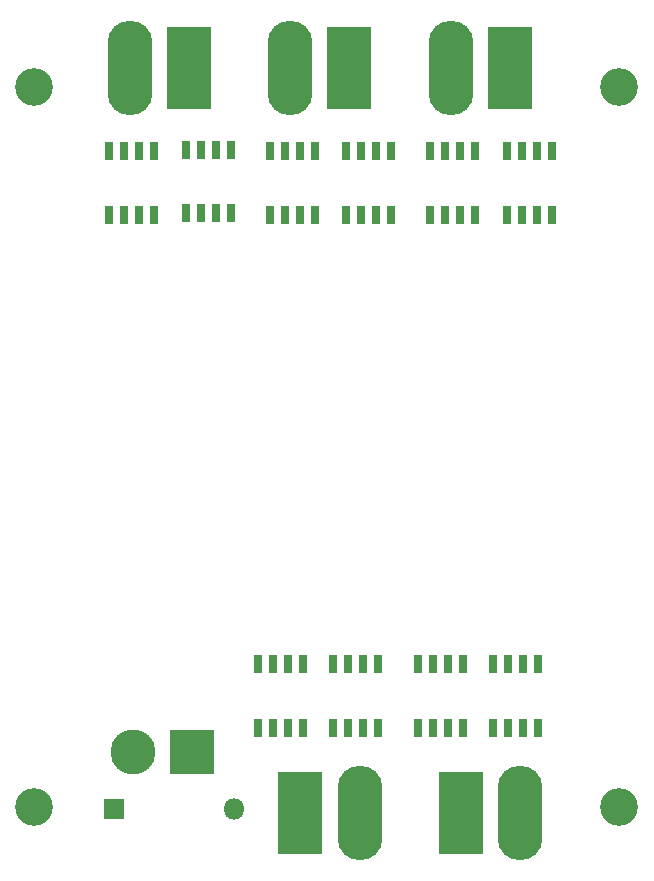
<source format=gbr>
%TF.GenerationSoftware,KiCad,Pcbnew,7.0.11*%
%TF.CreationDate,2025-11-07T14:33:39+09:00*%
%TF.ProjectId,motorDrive,6d6f746f-7244-4726-9976-652e6b696361,rev?*%
%TF.SameCoordinates,Original*%
%TF.FileFunction,Soldermask,Bot*%
%TF.FilePolarity,Negative*%
%FSLAX46Y46*%
G04 Gerber Fmt 4.6, Leading zero omitted, Abs format (unit mm)*
G04 Created by KiCad (PCBNEW 7.0.11) date 2025-11-07 14:33:39*
%MOMM*%
%LPD*%
G01*
G04 APERTURE LIST*
%ADD10R,3.800000X7.000000*%
%ADD11O,3.800000X8.000000*%
%ADD12R,1.800000X1.800000*%
%ADD13O,1.800000X1.800000*%
%ADD14C,3.200000*%
%ADD15R,3.800000X3.800000*%
%ADD16C,3.800000*%
%ADD17R,0.650000X1.525000*%
G04 APERTURE END LIST*
D10*
%TO.C,J104*%
X135850000Y-44093000D03*
D11*
X130850000Y-44093000D03*
%TD*%
D10*
%TO.C,J103*%
X122301000Y-44093000D03*
D11*
X117301000Y-44093000D03*
%TD*%
D12*
%TO.C,D101*%
X115951000Y-106807000D03*
D13*
X126111000Y-106807000D03*
%TD*%
D14*
%TO.C,REF\u002A\u002A*%
X109220000Y-106680000D03*
%TD*%
D15*
%TO.C,J101*%
X122555000Y-101981000D03*
D16*
X117555000Y-101981000D03*
%TD*%
D10*
%TO.C,J107*%
X145328000Y-107164000D03*
D11*
X150328000Y-107164000D03*
%TD*%
D14*
%TO.C,REF\u002A\u002A*%
X109220000Y-45720000D03*
%TD*%
%TO.C,REF\u002A\u002A*%
X158750000Y-45720000D03*
%TD*%
D10*
%TO.C,J105*%
X149479000Y-44093000D03*
D11*
X144479000Y-44093000D03*
%TD*%
D10*
%TO.C,J106*%
X131739000Y-107164000D03*
D11*
X136739000Y-107164000D03*
%TD*%
D14*
%TO.C,REF\u002A\u002A*%
X158750000Y-106680000D03*
%TD*%
D17*
%TO.C,Q503*%
X128143000Y-94594000D03*
X129413000Y-94594000D03*
X130683000Y-94594000D03*
X131953000Y-94594000D03*
X131953000Y-99970000D03*
X130683000Y-99970000D03*
X129413000Y-99970000D03*
X128143000Y-99970000D03*
%TD*%
%TO.C,Q203*%
X125857000Y-56409000D03*
X124587000Y-56409000D03*
X123317000Y-56409000D03*
X122047000Y-56409000D03*
X122047000Y-51033000D03*
X123317000Y-51033000D03*
X124587000Y-51033000D03*
X125857000Y-51033000D03*
%TD*%
%TO.C,Q303*%
X139446000Y-56536000D03*
X138176000Y-56536000D03*
X136906000Y-56536000D03*
X135636000Y-56536000D03*
X135636000Y-51160000D03*
X136906000Y-51160000D03*
X138176000Y-51160000D03*
X139446000Y-51160000D03*
%TD*%
%TO.C,Q302*%
X132969000Y-56536000D03*
X131699000Y-56536000D03*
X130429000Y-56536000D03*
X129159000Y-56536000D03*
X129159000Y-51160000D03*
X130429000Y-51160000D03*
X131699000Y-51160000D03*
X132969000Y-51160000D03*
%TD*%
%TO.C,Q202*%
X119380000Y-56536000D03*
X118110000Y-56536000D03*
X116840000Y-56536000D03*
X115570000Y-56536000D03*
X115570000Y-51160000D03*
X116840000Y-51160000D03*
X118110000Y-51160000D03*
X119380000Y-51160000D03*
%TD*%
%TO.C,Q402*%
X146558000Y-56536000D03*
X145288000Y-56536000D03*
X144018000Y-56536000D03*
X142748000Y-56536000D03*
X142748000Y-51160000D03*
X144018000Y-51160000D03*
X145288000Y-51160000D03*
X146558000Y-51160000D03*
%TD*%
%TO.C,Q603*%
X141732000Y-94594000D03*
X143002000Y-94594000D03*
X144272000Y-94594000D03*
X145542000Y-94594000D03*
X145542000Y-99970000D03*
X144272000Y-99970000D03*
X143002000Y-99970000D03*
X141732000Y-99970000D03*
%TD*%
%TO.C,Q602*%
X148082000Y-94594000D03*
X149352000Y-94594000D03*
X150622000Y-94594000D03*
X151892000Y-94594000D03*
X151892000Y-99970000D03*
X150622000Y-99970000D03*
X149352000Y-99970000D03*
X148082000Y-99970000D03*
%TD*%
%TO.C,Q403*%
X153035000Y-56536000D03*
X151765000Y-56536000D03*
X150495000Y-56536000D03*
X149225000Y-56536000D03*
X149225000Y-51160000D03*
X150495000Y-51160000D03*
X151765000Y-51160000D03*
X153035000Y-51160000D03*
%TD*%
%TO.C,Q502*%
X134493000Y-94594000D03*
X135763000Y-94594000D03*
X137033000Y-94594000D03*
X138303000Y-94594000D03*
X138303000Y-99970000D03*
X137033000Y-99970000D03*
X135763000Y-99970000D03*
X134493000Y-99970000D03*
%TD*%
M02*

</source>
